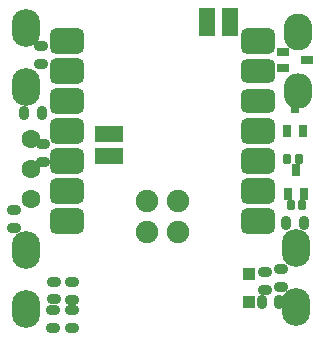
<source format=gbs>
G04*
G04 #@! TF.GenerationSoftware,Altium Limited,Altium Designer,22.6.1 (34)*
G04*
G04 Layer_Color=16711935*
%FSLAX44Y44*%
%MOMM*%
G71*
G04*
G04 #@! TF.SameCoordinates,CFF22713-5BA4-4343-9F65-DF9A29BEA822*
G04*
G04*
G04 #@! TF.FilePolarity,Negative*
G04*
G01*
G75*
G04:AMPARAMS|DCode=30|XSize=0.8032mm|YSize=1.1032mm|CornerRadius=0.2516mm|HoleSize=0mm|Usage=FLASHONLY|Rotation=90.000|XOffset=0mm|YOffset=0mm|HoleType=Round|Shape=RoundedRectangle|*
%AMROUNDEDRECTD30*
21,1,0.8032,0.6000,0,0,90.0*
21,1,0.3000,1.1032,0,0,90.0*
1,1,0.5032,0.3000,0.1500*
1,1,0.5032,0.3000,-0.1500*
1,1,0.5032,-0.3000,-0.1500*
1,1,0.5032,-0.3000,0.1500*
%
%ADD30ROUNDEDRECTD30*%
G04:AMPARAMS|DCode=31|XSize=0.8032mm|YSize=1.1032mm|CornerRadius=0.2516mm|HoleSize=0mm|Usage=FLASHONLY|Rotation=180.000|XOffset=0mm|YOffset=0mm|HoleType=Round|Shape=RoundedRectangle|*
%AMROUNDEDRECTD31*
21,1,0.8032,0.6000,0,0,180.0*
21,1,0.3000,1.1032,0,0,180.0*
1,1,0.5032,-0.1500,0.3000*
1,1,0.5032,0.1500,0.3000*
1,1,0.5032,0.1500,-0.3000*
1,1,0.5032,-0.1500,-0.3000*
%
%ADD31ROUNDEDRECTD31*%
%ADD42R,1.1032X0.7032*%
%ADD44O,2.4032X3.1032*%
%ADD46O,2.4032X3.2032*%
%ADD47C,1.6032*%
%ADD48R,1.4032X2.4032*%
%ADD49R,2.4032X1.4032*%
%ADD50C,1.9032*%
%ADD71R,1.0032X1.0032*%
G04:AMPARAMS|DCode=72|XSize=0.7032mm|YSize=0.8232mm|CornerRadius=0.1641mm|HoleSize=0mm|Usage=FLASHONLY|Rotation=0.000|XOffset=0mm|YOffset=0mm|HoleType=Round|Shape=RoundedRectangle|*
%AMROUNDEDRECTD72*
21,1,0.7032,0.4950,0,0,0.0*
21,1,0.3750,0.8232,0,0,0.0*
1,1,0.3282,0.1875,-0.2475*
1,1,0.3282,-0.1875,-0.2475*
1,1,0.3282,-0.1875,0.2475*
1,1,0.3282,0.1875,0.2475*
%
%ADD72ROUNDEDRECTD72*%
%ADD73R,0.7032X1.1032*%
G04:AMPARAMS|DCode=74|XSize=2.9532mm|YSize=2.2032mm|CornerRadius=0.6016mm|HoleSize=0mm|Usage=FLASHONLY|Rotation=0.000|XOffset=0mm|YOffset=0mm|HoleType=Round|Shape=RoundedRectangle|*
%AMROUNDEDRECTD74*
21,1,2.9532,1.0000,0,0,0.0*
21,1,1.7500,2.2032,0,0,0.0*
1,1,1.2032,0.8750,-0.5000*
1,1,1.2032,-0.8750,-0.5000*
1,1,1.2032,-0.8750,0.5000*
1,1,1.2032,0.8750,0.5000*
%
%ADD74ROUNDEDRECTD74*%
G04:AMPARAMS|DCode=75|XSize=2.9532mm|YSize=2.0032mm|CornerRadius=0.5516mm|HoleSize=0mm|Usage=FLASHONLY|Rotation=0.000|XOffset=0mm|YOffset=0mm|HoleType=Round|Shape=RoundedRectangle|*
%AMROUNDEDRECTD75*
21,1,2.9532,0.9000,0,0,0.0*
21,1,1.8500,2.0032,0,0,0.0*
1,1,1.1032,0.9250,-0.4500*
1,1,1.1032,-0.9250,-0.4500*
1,1,1.1032,-0.9250,0.4500*
1,1,1.1032,0.9250,0.4500*
%
%ADD75ROUNDEDRECTD75*%
%ADD76O,2.4032X3.0032*%
D30*
X884393Y587619D02*
D03*
Y602619D02*
D03*
X900141Y602619D02*
D03*
Y587619D02*
D03*
X899887Y626749D02*
D03*
Y611749D02*
D03*
X884647Y612003D02*
D03*
Y627003D02*
D03*
X851373Y687201D02*
D03*
X851373Y672201D02*
D03*
X875503Y728335D02*
D03*
Y743335D02*
D03*
X873471Y826139D02*
D03*
Y811139D02*
D03*
X1063209Y634877D02*
D03*
Y619877D02*
D03*
X1077179Y622671D02*
D03*
Y637671D02*
D03*
D31*
X1081363Y676907D02*
D03*
X1096363D02*
D03*
X874739Y769507D02*
D03*
X859739D02*
D03*
X1075789Y609851D02*
D03*
X1060789D02*
D03*
D42*
X1099113Y814321D02*
D03*
X1078613Y821071D02*
D03*
Y807571D02*
D03*
D44*
X1091403Y838667D02*
D03*
D46*
X861533Y842007D02*
D03*
Y792007D02*
D03*
Y654047D02*
D03*
Y604047D02*
D03*
X1090133Y605317D02*
D03*
Y655317D02*
D03*
D47*
X865343Y722627D02*
D03*
Y697227D02*
D03*
Y748027D02*
D03*
D48*
X1014625Y846945D02*
D03*
X1033625D02*
D03*
D49*
X931625Y751945D02*
D03*
Y732945D02*
D03*
D50*
X963625Y694945D02*
D03*
X989625D02*
D03*
X963625Y668945D02*
D03*
X989625D02*
D03*
D71*
X1050001Y633715D02*
D03*
Y609863D02*
D03*
D72*
X1092085Y730501D02*
D03*
X1082085D02*
D03*
X1085133Y692147D02*
D03*
X1095133D02*
D03*
D73*
X1090133Y721447D02*
D03*
X1083383Y700947D02*
D03*
X1096883D02*
D03*
X1095359Y754541D02*
D03*
X1081859D02*
D03*
X1088609Y775041D02*
D03*
D74*
X1057823Y678177D02*
D03*
Y703577D02*
D03*
Y728977D02*
D03*
X1057823Y754377D02*
D03*
X1057823Y830577D02*
D03*
X895823Y678177D02*
D03*
Y703577D02*
D03*
Y728977D02*
D03*
X895823Y754377D02*
D03*
X895823Y779777D02*
D03*
Y805177D02*
D03*
Y830577D02*
D03*
D75*
X1057823Y779777D02*
D03*
Y805177D02*
D03*
D76*
X1091403Y788667D02*
D03*
M02*

</source>
